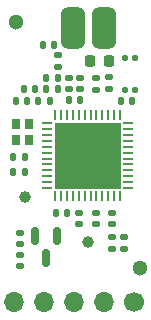
<source format=gbr>
%TF.GenerationSoftware,KiCad,Pcbnew,7.0.6*%
%TF.CreationDate,2023-07-24T21:53:20+02:00*%
%TF.ProjectId,beacon,62656163-6f6e-42e6-9b69-6361645f7063,rev?*%
%TF.SameCoordinates,Original*%
%TF.FileFunction,Soldermask,Top*%
%TF.FilePolarity,Negative*%
%FSLAX46Y46*%
G04 Gerber Fmt 4.6, Leading zero omitted, Abs format (unit mm)*
G04 Created by KiCad (PCBNEW 7.0.6) date 2023-07-24 21:53:20*
%MOMM*%
%LPD*%
G01*
G04 APERTURE LIST*
G04 Aperture macros list*
%AMRoundRect*
0 Rectangle with rounded corners*
0 $1 Rounding radius*
0 $2 $3 $4 $5 $6 $7 $8 $9 X,Y pos of 4 corners*
0 Add a 4 corners polygon primitive as box body*
4,1,4,$2,$3,$4,$5,$6,$7,$8,$9,$2,$3,0*
0 Add four circle primitives for the rounded corners*
1,1,$1+$1,$2,$3*
1,1,$1+$1,$4,$5*
1,1,$1+$1,$6,$7*
1,1,$1+$1,$8,$9*
0 Add four rect primitives between the rounded corners*
20,1,$1+$1,$2,$3,$4,$5,0*
20,1,$1+$1,$4,$5,$6,$7,0*
20,1,$1+$1,$6,$7,$8,$9,0*
20,1,$1+$1,$8,$9,$2,$3,0*%
G04 Aperture macros list end*
%ADD10RoundRect,0.147500X0.172500X-0.147500X0.172500X0.147500X-0.172500X0.147500X-0.172500X-0.147500X0*%
%ADD11RoundRect,0.140000X0.140000X0.170000X-0.140000X0.170000X-0.140000X-0.170000X0.140000X-0.170000X0*%
%ADD12RoundRect,0.500000X-0.500000X-1.250000X0.500000X-1.250000X0.500000X1.250000X-0.500000X1.250000X0*%
%ADD13RoundRect,0.140000X-0.170000X0.140000X-0.170000X-0.140000X0.170000X-0.140000X0.170000X0.140000X0*%
%ADD14RoundRect,0.062500X0.375000X0.062500X-0.375000X0.062500X-0.375000X-0.062500X0.375000X-0.062500X0*%
%ADD15RoundRect,0.062500X0.062500X0.375000X-0.062500X0.375000X-0.062500X-0.375000X0.062500X-0.375000X0*%
%ADD16R,5.600000X5.600000*%
%ADD17RoundRect,0.135000X0.185000X-0.135000X0.185000X0.135000X-0.185000X0.135000X-0.185000X-0.135000X0*%
%ADD18C,1.300000*%
%ADD19RoundRect,0.140000X0.170000X-0.140000X0.170000X0.140000X-0.170000X0.140000X-0.170000X-0.140000X0*%
%ADD20RoundRect,0.150000X-0.150000X0.587500X-0.150000X-0.587500X0.150000X-0.587500X0.150000X0.587500X0*%
%ADD21C,1.000000*%
%ADD22RoundRect,0.140000X-0.140000X-0.170000X0.140000X-0.170000X0.140000X0.170000X-0.140000X0.170000X0*%
%ADD23RoundRect,0.135000X-0.185000X0.135000X-0.185000X-0.135000X0.185000X-0.135000X0.185000X0.135000X0*%
%ADD24R,0.800000X0.900000*%
%ADD25C,1.700000*%
%ADD26O,1.700000X1.700000*%
%ADD27RoundRect,0.125000X-0.125000X0.150000X-0.125000X-0.150000X0.125000X-0.150000X0.125000X0.150000X0*%
%ADD28RoundRect,0.147500X-0.147500X-0.172500X0.147500X-0.172500X0.147500X0.172500X-0.147500X0.172500X0*%
%ADD29RoundRect,0.218750X-0.218750X-0.256250X0.218750X-0.256250X0.218750X0.256250X-0.218750X0.256250X0*%
G04 APERTURE END LIST*
D10*
%TO.C,L3*%
X6100000Y20815000D03*
X6100000Y21785000D03*
%TD*%
D11*
%TO.C,C5*%
X5380000Y17900000D03*
X4420000Y17900000D03*
%TD*%
D12*
%TO.C,J2*%
X10000000Y24100000D03*
%TD*%
D11*
%TO.C,C7*%
X6080000Y19900000D03*
X5120000Y19900000D03*
%TD*%
D13*
%TO.C,C11*%
X10700000Y8480000D03*
X10700000Y7520000D03*
%TD*%
%TO.C,C13*%
X2900000Y6780000D03*
X2900000Y5820000D03*
%TD*%
%TO.C,C3*%
X9300000Y8480000D03*
X9300000Y7520000D03*
%TD*%
D11*
%TO.C,C12*%
X3480000Y17900000D03*
X2520000Y17900000D03*
%TD*%
D14*
%TO.C,U1*%
X12037500Y10550000D03*
X12037500Y11050000D03*
X12037500Y11550000D03*
X12037500Y12050000D03*
X12037500Y12550000D03*
X12037500Y13050000D03*
X12037500Y13550000D03*
X12037500Y14050000D03*
X12037500Y14550000D03*
X12037500Y15050000D03*
X12037500Y15550000D03*
X12037500Y16050000D03*
D15*
X11350000Y16737500D03*
X10850000Y16737500D03*
X10350000Y16737500D03*
X9850000Y16737500D03*
X9350000Y16737500D03*
X8850000Y16737500D03*
X8350000Y16737500D03*
X7850000Y16737500D03*
X7350000Y16737500D03*
X6850000Y16737500D03*
X6350000Y16737500D03*
X5850000Y16737500D03*
D14*
X5162500Y16050000D03*
X5162500Y15550000D03*
X5162500Y15050000D03*
X5162500Y14550000D03*
X5162500Y14050000D03*
X5162500Y13550000D03*
X5162500Y13050000D03*
X5162500Y12550000D03*
X5162500Y12050000D03*
X5162500Y11550000D03*
X5162500Y11050000D03*
X5162500Y10550000D03*
D15*
X5850000Y9862500D03*
X6350000Y9862500D03*
X6850000Y9862500D03*
X7350000Y9862500D03*
X7850000Y9862500D03*
X8350000Y9862500D03*
X8850000Y9862500D03*
X9350000Y9862500D03*
X9850000Y9862500D03*
X10350000Y9862500D03*
X10850000Y9862500D03*
X11350000Y9862500D03*
D16*
X8600000Y13300000D03*
%TD*%
D17*
%TO.C,R3*%
X10400000Y18900000D03*
X10400000Y19920000D03*
%TD*%
D18*
%TO.C,H2*%
X13000000Y3800000D03*
%TD*%
D19*
%TO.C,C14*%
X2900000Y3920000D03*
X2900000Y4880000D03*
%TD*%
D20*
%TO.C,U2*%
X6050000Y6500000D03*
X4150000Y6500000D03*
X5100000Y4625000D03*
%TD*%
D21*
%TO.C,TP2*%
X8600000Y6000000D03*
%TD*%
D19*
%TO.C,C6*%
X8000000Y18920000D03*
X8000000Y19880000D03*
%TD*%
D22*
%TO.C,C15*%
X5920000Y8400000D03*
X6880000Y8400000D03*
%TD*%
D23*
%TO.C,R4*%
X9300000Y19910000D03*
X9300000Y18890000D03*
%TD*%
D11*
%TO.C,C1*%
X12380000Y17900000D03*
X11420000Y17900000D03*
%TD*%
%TO.C,C10*%
X3280000Y13200000D03*
X2320000Y13200000D03*
%TD*%
%TO.C,C4*%
X4180000Y18900000D03*
X3220000Y18900000D03*
%TD*%
D13*
%TO.C,C2*%
X7850000Y8480000D03*
X7850000Y7520000D03*
%TD*%
D23*
%TO.C,R1*%
X10700000Y6410000D03*
X10700000Y5390000D03*
%TD*%
D24*
%TO.C,Y1*%
X3600000Y14600000D03*
X3600000Y16000000D03*
X2500000Y16000000D03*
X2500000Y14600000D03*
%TD*%
D11*
%TO.C,C9*%
X3280000Y11900000D03*
X2320000Y11900000D03*
%TD*%
D25*
%TO.C,J1*%
X12500000Y875000D03*
D26*
X9960000Y875000D03*
X7420000Y875000D03*
X4880000Y875000D03*
X2340000Y875000D03*
%TD*%
D21*
%TO.C,TP1*%
X3300000Y9800000D03*
%TD*%
D23*
%TO.C,R2*%
X11700000Y6410000D03*
X11700000Y5390000D03*
%TD*%
D18*
%TO.C,H1*%
X2500000Y24600000D03*
%TD*%
D27*
%TO.C,SW1*%
X12600000Y21525000D03*
X11800000Y21525000D03*
X12600000Y18875000D03*
X11800000Y18875000D03*
%TD*%
D28*
%TO.C,L1*%
X5115000Y18900000D03*
X6085000Y18900000D03*
%TD*%
D11*
%TO.C,C8*%
X5780000Y22700000D03*
X4820000Y22700000D03*
%TD*%
D28*
%TO.C,L4*%
X7030000Y18000000D03*
X8000000Y18000000D03*
%TD*%
D10*
%TO.C,L2*%
X7000000Y18915000D03*
X7000000Y19885000D03*
%TD*%
D29*
%TO.C,D1*%
X8812500Y21300000D03*
X10387500Y21300000D03*
%TD*%
D12*
%TO.C,AE1*%
X7400000Y24100000D03*
%TD*%
M02*

</source>
